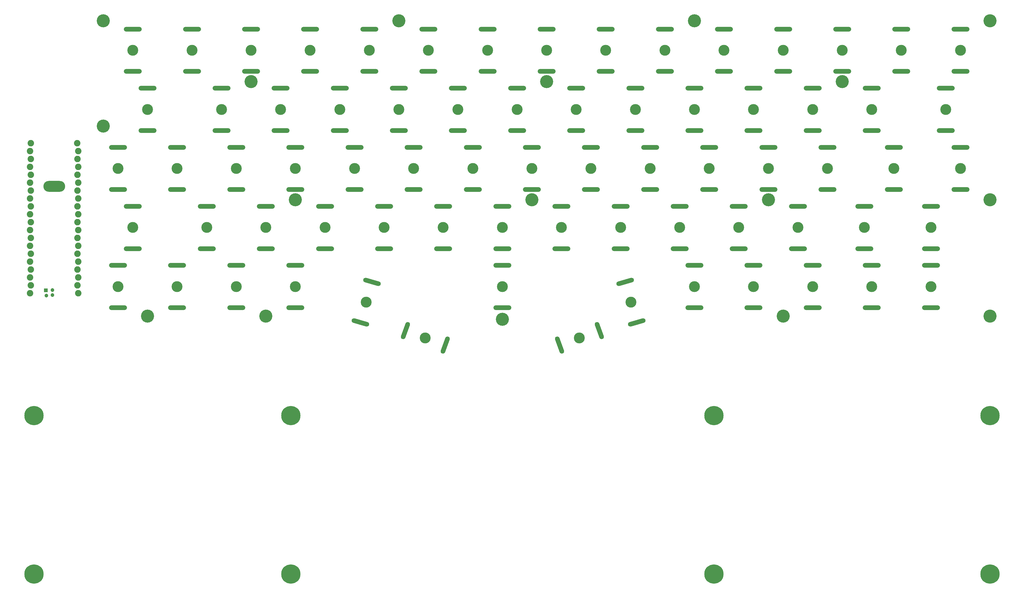
<source format=gbs>
G04 #@! TF.GenerationSoftware,KiCad,Pcbnew,(6.0.7-1)-1*
G04 #@! TF.CreationDate,2022-08-16T19:54:09+02:00*
G04 #@! TF.ProjectId,keychron-optical-keyboard,6b657963-6872-46f6-9e2d-6f7074696361,rev?*
G04 #@! TF.SameCoordinates,Original*
G04 #@! TF.FileFunction,Soldermask,Bot*
G04 #@! TF.FilePolarity,Negative*
%FSLAX46Y46*%
G04 Gerber Fmt 4.6, Leading zero omitted, Abs format (unit mm)*
G04 Created by KiCad (PCBNEW (6.0.7-1)-1) date 2022-08-16 19:54:09*
%MOMM*%
%LPD*%
G01*
G04 APERTURE LIST*
G04 Aperture macros list*
%AMRoundRect*
0 Rectangle with rounded corners*
0 $1 Rounding radius*
0 $2 $3 $4 $5 $6 $7 $8 $9 X,Y pos of 4 corners*
0 Add a 4 corners polygon primitive as box body*
4,1,4,$2,$3,$4,$5,$6,$7,$8,$9,$2,$3,0*
0 Add four circle primitives for the rounded corners*
1,1,$1+$1,$2,$3*
1,1,$1+$1,$4,$5*
1,1,$1+$1,$6,$7*
1,1,$1+$1,$8,$9*
0 Add four rect primitives between the rounded corners*
20,1,$1+$1,$2,$3,$4,$5,0*
20,1,$1+$1,$4,$5,$6,$7,0*
20,1,$1+$1,$6,$7,$8,$9,0*
20,1,$1+$1,$8,$9,$2,$3,0*%
%AMHorizOval*
0 Thick line with rounded ends*
0 $1 width*
0 $2 $3 position (X,Y) of the first rounded end (center of the circle)*
0 $4 $5 position (X,Y) of the second rounded end (center of the circle)*
0 Add line between two ends*
20,1,$1,$2,$3,$4,$5,0*
0 Add two circle primitives to create the rounded ends*
1,1,$1,$2,$3*
1,1,$1,$4,$5*%
G04 Aperture macros list end*
%ADD10C,4.200000*%
%ADD11C,6.200000*%
%ADD12O,5.800000X1.500000*%
%ADD13C,3.500000*%
%ADD14HorizOval,1.500000X0.735343X2.020339X-0.735343X-2.020339X0*%
%ADD15HorizOval,1.500000X-0.735343X2.020339X0.735343X-2.020339X0*%
%ADD16HorizOval,1.500000X2.066713X0.592620X-2.066713X-0.592620X0*%
%ADD17HorizOval,1.500000X2.066713X-0.592620X-2.066713X0.592620X0*%
%ADD18O,7.000000X3.500000*%
%ADD19C,2.082800*%
%ADD20RoundRect,0.101600X0.500000X-0.500000X0.500000X0.500000X-0.500000X0.500000X-0.500000X-0.500000X0*%
%ADD21C,1.203200*%
G04 APERTURE END LIST*
D10*
X9500000Y9500000D03*
D11*
X-12750000Y-168500000D03*
D12*
X266000000Y-6800000D03*
D13*
X266000000Y0D03*
D12*
X266000000Y6800000D03*
D10*
X294500000Y9500000D03*
X9500000Y-24350000D03*
D11*
X205750000Y-117500000D03*
D13*
X14250000Y-38000000D03*
D12*
X14250000Y-44800000D03*
X14250000Y-31200000D03*
D13*
X275500000Y-76000000D03*
D12*
X275500000Y-82800000D03*
X275500000Y-69200000D03*
X90250000Y-31200000D03*
X90250000Y-44800000D03*
D13*
X90250000Y-38000000D03*
X137750000Y-57000000D03*
D12*
X137750000Y-63800000D03*
X137750000Y-50200000D03*
D13*
X133000000Y0D03*
D12*
X133000000Y6800000D03*
X133000000Y-6800000D03*
X71250000Y-82800000D03*
X71250000Y-69200000D03*
D13*
X71250000Y-76000000D03*
D10*
X199500000Y9500000D03*
D12*
X199500000Y-69200000D03*
X199500000Y-82800000D03*
D13*
X199500000Y-76000000D03*
D12*
X280250000Y-12200000D03*
X280250000Y-25800000D03*
D13*
X280250000Y-19000000D03*
D11*
X294500000Y-168500000D03*
D13*
X185250000Y-38000000D03*
D12*
X185250000Y-44800000D03*
X185250000Y-31200000D03*
D13*
X128250000Y-38000000D03*
D12*
X128250000Y-44800000D03*
X128250000Y-31200000D03*
X152000000Y-6800000D03*
D13*
X152000000Y0D03*
D12*
X152000000Y6800000D03*
D14*
X119389910Y-94825737D03*
D13*
X113000000Y-92500000D03*
D14*
X106610090Y-90174263D03*
D12*
X285000000Y6800000D03*
X285000000Y-6800000D03*
D13*
X285000000Y0D03*
D12*
X85500000Y-25800000D03*
D13*
X85500000Y-19000000D03*
D12*
X85500000Y-12200000D03*
X218500000Y-69200000D03*
D13*
X218500000Y-76000000D03*
D12*
X218500000Y-82800000D03*
D13*
X247000000Y0D03*
D12*
X247000000Y6800000D03*
X247000000Y-6800000D03*
D13*
X99750000Y-57000000D03*
D12*
X99750000Y-63800000D03*
X99750000Y-50200000D03*
X285000000Y-31200000D03*
X285000000Y-44800000D03*
D13*
X285000000Y-38000000D03*
X275500000Y-57000000D03*
D12*
X275500000Y-63800000D03*
X275500000Y-50200000D03*
D10*
X137750000Y-86500000D03*
D12*
X104500000Y-25800000D03*
X104500000Y-12200000D03*
D13*
X104500000Y-19000000D03*
D10*
X61750000Y-85500000D03*
D13*
X218500000Y-19000000D03*
D12*
X218500000Y-12200000D03*
X218500000Y-25800000D03*
X237500000Y-25800000D03*
D13*
X237500000Y-19000000D03*
D12*
X237500000Y-12200000D03*
D10*
X71250000Y-48100000D03*
D13*
X242250000Y-38000000D03*
D12*
X242250000Y-31200000D03*
X242250000Y-44800000D03*
D10*
X223250000Y-48100000D03*
D12*
X38000000Y6800000D03*
D13*
X38000000Y0D03*
D12*
X38000000Y-6800000D03*
X61750000Y-50200000D03*
X61750000Y-63800000D03*
D13*
X61750000Y-57000000D03*
D12*
X147250000Y-31200000D03*
X147250000Y-44800000D03*
D13*
X147250000Y-38000000D03*
D12*
X114000000Y-6800000D03*
X114000000Y6800000D03*
D13*
X114000000Y0D03*
X256500000Y-19000000D03*
D12*
X256500000Y-25800000D03*
X256500000Y-12200000D03*
X161500000Y-25800000D03*
X161500000Y-12200000D03*
D13*
X161500000Y-19000000D03*
D12*
X137750000Y-69200000D03*
X137750000Y-82800000D03*
D13*
X137750000Y-76000000D03*
D12*
X171000000Y-6800000D03*
D13*
X171000000Y0D03*
D12*
X171000000Y6800000D03*
D13*
X42750000Y-57000000D03*
D12*
X42750000Y-63800000D03*
X42750000Y-50200000D03*
D13*
X199500000Y-19000000D03*
D12*
X199500000Y-25800000D03*
X199500000Y-12200000D03*
X52250000Y-31200000D03*
D13*
X52250000Y-38000000D03*
D12*
X52250000Y-44800000D03*
D11*
X-12750000Y-117500000D03*
D12*
X166250000Y-44800000D03*
D13*
X166250000Y-38000000D03*
D12*
X166250000Y-31200000D03*
X66500000Y-12200000D03*
D13*
X66500000Y-19000000D03*
D12*
X66500000Y-25800000D03*
X194750000Y-63800000D03*
D13*
X194750000Y-57000000D03*
D12*
X194750000Y-50200000D03*
D13*
X209000000Y0D03*
D12*
X209000000Y-6800000D03*
X209000000Y6800000D03*
X213750000Y-63800000D03*
X213750000Y-50200000D03*
D13*
X213750000Y-57000000D03*
D15*
X156110090Y-94825737D03*
D13*
X162500000Y-92500000D03*
D15*
X168889910Y-90174263D03*
D13*
X71250000Y-38000000D03*
D12*
X71250000Y-31200000D03*
X71250000Y-44800000D03*
X118750000Y-63800000D03*
D13*
X118750000Y-57000000D03*
D12*
X118750000Y-50200000D03*
X228000000Y-6800000D03*
D13*
X228000000Y0D03*
D12*
X228000000Y6800000D03*
D13*
X180500000Y-19000000D03*
D12*
X180500000Y-12200000D03*
X180500000Y-25800000D03*
D10*
X57000000Y-10100000D03*
D12*
X223250000Y-44800000D03*
X223250000Y-31200000D03*
D13*
X223250000Y-38000000D03*
D10*
X294500000Y-85500000D03*
X147250000Y-48100000D03*
D11*
X69750000Y-117500000D03*
D13*
X57000000Y0D03*
D12*
X57000000Y-6800000D03*
X57000000Y6800000D03*
D13*
X80750000Y-57000000D03*
D12*
X80750000Y-63800000D03*
X80750000Y-50200000D03*
X19000000Y-6800000D03*
X19000000Y6800000D03*
D13*
X19000000Y0D03*
D12*
X76000000Y6800000D03*
D13*
X76000000Y0D03*
D12*
X76000000Y-6800000D03*
D13*
X19000000Y-57000000D03*
D12*
X19000000Y-63800000D03*
X19000000Y-50200000D03*
X33250000Y-31200000D03*
X33250000Y-44800000D03*
D13*
X33250000Y-38000000D03*
D10*
X152000000Y-10100000D03*
D12*
X204250000Y-44800000D03*
X204250000Y-31200000D03*
D13*
X204250000Y-38000000D03*
D10*
X104500000Y9500000D03*
D12*
X52250000Y-69200000D03*
X52250000Y-82800000D03*
D13*
X52250000Y-76000000D03*
D12*
X190000000Y-6800000D03*
X190000000Y6800000D03*
D13*
X190000000Y0D03*
D12*
X23750000Y-25800000D03*
D13*
X23750000Y-19000000D03*
D12*
X23750000Y-12200000D03*
D13*
X237500000Y-76000000D03*
D12*
X237500000Y-69200000D03*
X237500000Y-82800000D03*
D13*
X33250000Y-76000000D03*
D12*
X33250000Y-69200000D03*
X33250000Y-82800000D03*
D10*
X23750000Y-85500000D03*
X294500000Y-48100000D03*
D13*
X254125000Y-57000000D03*
D12*
X254125000Y-63800000D03*
X254125000Y-50200000D03*
X256500000Y-82800000D03*
D13*
X256500000Y-76000000D03*
D12*
X256500000Y-69200000D03*
D13*
X47500000Y-19000000D03*
D12*
X47500000Y-12200000D03*
X47500000Y-25800000D03*
D10*
X247000000Y-10100000D03*
D12*
X175750000Y-50200000D03*
D13*
X175750000Y-57000000D03*
D12*
X175750000Y-63800000D03*
D11*
X294500000Y-117500000D03*
D16*
X177225666Y-74463420D03*
X180974334Y-87536580D03*
D13*
X179100000Y-81000000D03*
D10*
X228000000Y-85500000D03*
D12*
X14250000Y-82800000D03*
D13*
X14250000Y-76000000D03*
D12*
X14250000Y-69200000D03*
X156750000Y-63800000D03*
D13*
X156750000Y-57000000D03*
D12*
X156750000Y-50200000D03*
D11*
X69750000Y-168500000D03*
D13*
X94025000Y-81000000D03*
D17*
X95899334Y-74463420D03*
X92150666Y-87536580D03*
D11*
X205750000Y-168500000D03*
D12*
X123500000Y-12200000D03*
X123500000Y-25800000D03*
D13*
X123500000Y-19000000D03*
D18*
X-6250000Y-43750000D03*
D19*
X1150000Y-29900000D03*
X1497000Y-32440000D03*
X1243000Y-34980000D03*
X1497000Y-37520000D03*
X1243000Y-40060000D03*
X1497000Y-42600000D03*
X1243000Y-45140000D03*
X1497000Y-47680000D03*
X1243000Y-50220000D03*
X1497000Y-52760000D03*
X1243000Y-55300000D03*
X1497000Y-57840000D03*
X1243000Y-60380000D03*
X1497000Y-62920000D03*
X1243000Y-65460000D03*
X1497000Y-68000000D03*
X1243000Y-70540000D03*
X1497000Y-73080000D03*
X1243000Y-75620000D03*
X1497000Y-78160000D03*
X-13997000Y-78160000D03*
X-13743000Y-75620000D03*
X-13997000Y-73080000D03*
X-13743000Y-70540000D03*
X-13997000Y-68000000D03*
X-13743000Y-65460000D03*
X-13997000Y-62920000D03*
X-13743000Y-60380000D03*
X-13997000Y-57840000D03*
X-13743000Y-55300000D03*
X-13997000Y-52760000D03*
X-13743000Y-50220000D03*
X-13997000Y-47680000D03*
X-13743000Y-45140000D03*
X-13997000Y-42600000D03*
X-13743000Y-40060000D03*
X-13997000Y-37520000D03*
X-13743000Y-34980000D03*
X-13997000Y-32440000D03*
X-13750000Y-29900000D03*
D20*
X-8950000Y-77200000D03*
D21*
X-8780000Y-78880000D03*
X-6850000Y-77100000D03*
X-6800000Y-78770000D03*
D13*
X142500000Y-19000000D03*
D12*
X142500000Y-12200000D03*
X142500000Y-25800000D03*
X263625000Y-31200000D03*
X263625000Y-44800000D03*
D13*
X263625000Y-38000000D03*
D12*
X232750000Y-50200000D03*
X232750000Y-63800000D03*
D13*
X232750000Y-57000000D03*
D12*
X95000000Y-6800000D03*
D13*
X95000000Y0D03*
D12*
X95000000Y6800000D03*
X109250000Y-44800000D03*
D13*
X109250000Y-38000000D03*
D12*
X109250000Y-31200000D03*
M02*

</source>
